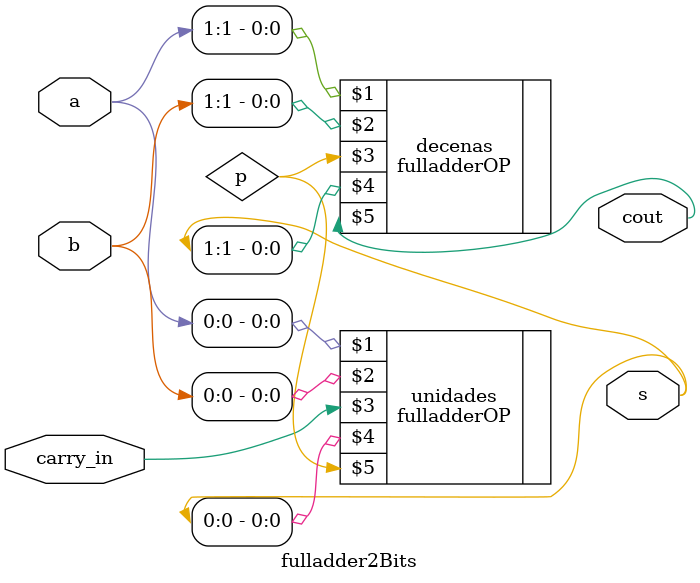
<source format=sv>
module fulladder2Bits(input logic [1:0] a , b, input logic carry_in, output logic [1:0] s, output logic cout);
	
	logic p;
	
	fulladderOP unidades(a[0], b[0], carry_in, s[0], p);
	
	fulladderOP decenas(a[1], b[1], p, s[1], cout);
	
endmodule

</source>
